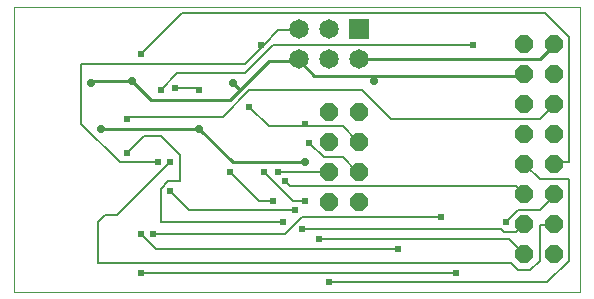
<source format=gbl>
G75*
%MOIN*%
%OFA0B0*%
%FSLAX24Y24*%
%IPPOS*%
%LPD*%
%AMOC8*
5,1,8,0,0,1.08239X$1,22.5*
%
%ADD10C,0.0000*%
%ADD11R,0.0650X0.0650*%
%ADD12C,0.0650*%
%ADD13OC8,0.0600*%
%ADD14C,0.0100*%
%ADD15C,0.0280*%
%ADD16C,0.0080*%
%ADD17C,0.0240*%
D10*
X000317Y000317D02*
X000317Y009813D01*
X019187Y009813D01*
X019187Y000317D01*
X000317Y000317D01*
D11*
X011817Y009067D03*
D12*
X010817Y009067D03*
X009817Y009067D03*
X009817Y008067D03*
X010817Y008067D03*
X011817Y008067D03*
D13*
X011817Y006317D03*
X010817Y006317D03*
X010817Y005317D03*
X011817Y005317D03*
X011817Y004317D03*
X010817Y004317D03*
X010817Y003317D03*
X011817Y003317D03*
X017317Y003567D03*
X018317Y003567D03*
X018317Y004567D03*
X017317Y004567D03*
X017317Y005567D03*
X018317Y005567D03*
X018317Y006567D03*
X017317Y006567D03*
X017317Y007567D03*
X018317Y007567D03*
X018317Y008567D03*
X017317Y008567D03*
X017317Y002567D03*
X018317Y002567D03*
X018317Y001567D03*
X017317Y001567D03*
D14*
X009997Y004637D02*
X007597Y004637D01*
X006477Y005757D01*
X003197Y005757D01*
X004237Y007357D02*
X004877Y006717D01*
X007517Y006717D01*
X007837Y007037D01*
X007597Y007277D01*
X007837Y007037D02*
X008797Y007997D01*
X009757Y007997D01*
X009817Y008067D01*
X009837Y007997D01*
X010317Y007517D01*
X012317Y007517D01*
X012317Y007357D01*
X012317Y007517D02*
X017277Y007517D01*
X017317Y007567D01*
X017837Y008077D02*
X011837Y008077D01*
X011817Y008067D01*
X017837Y008077D02*
X018317Y008557D01*
X018317Y008567D01*
X004237Y007357D02*
X002957Y007357D01*
X002877Y007277D01*
D15*
X002877Y007277D03*
X004237Y007357D03*
X003197Y005757D03*
X006477Y005757D03*
X007597Y007277D03*
X009997Y004637D03*
X012317Y007357D03*
D16*
X011917Y007037D02*
X012877Y006077D01*
X017837Y006077D01*
X018317Y006557D01*
X018317Y006567D01*
X018317Y004637D02*
X018317Y004567D01*
X018317Y004637D02*
X018797Y004637D01*
X018797Y008797D01*
X017997Y009597D01*
X005917Y009597D01*
X004557Y008237D01*
X005757Y007597D02*
X007997Y007597D01*
X008957Y008557D01*
X015597Y008557D01*
X011917Y007037D02*
X008157Y007037D01*
X007277Y006157D01*
X004157Y006157D01*
X004077Y006077D01*
X004637Y005517D02*
X005197Y005517D01*
X005837Y004877D01*
X005837Y003997D01*
X005437Y003997D01*
X005197Y003757D01*
X005197Y002637D01*
X009277Y002637D01*
X009357Y002237D02*
X009917Y002797D01*
X014557Y002797D01*
X013117Y001757D02*
X005037Y001757D01*
X004557Y002237D01*
X004957Y002237D02*
X009357Y002237D01*
X009917Y002397D02*
X016557Y002397D01*
X016637Y002317D01*
X017037Y002317D01*
X017277Y002557D01*
X017317Y002567D01*
X017117Y003037D02*
X016717Y002637D01*
X017117Y003037D02*
X017837Y003037D01*
X018317Y003517D01*
X018317Y003567D01*
X017837Y004077D02*
X018797Y004077D01*
X018797Y001357D01*
X018077Y000637D01*
X010797Y000637D01*
X010477Y002077D02*
X016797Y002077D01*
X017277Y001597D01*
X017317Y001567D01*
X016877Y001277D02*
X017117Y001037D01*
X017517Y001037D01*
X017837Y001357D01*
X017837Y002557D01*
X018317Y002557D01*
X018317Y002567D01*
X017317Y003567D02*
X017277Y003597D01*
X017037Y003837D01*
X009517Y003837D01*
X009357Y003997D01*
X009117Y004317D02*
X010817Y004317D01*
X010637Y004797D02*
X011277Y004797D01*
X011757Y004317D01*
X011817Y004317D01*
X010637Y004797D02*
X010157Y005277D01*
X009997Y005837D02*
X009997Y005917D01*
X009997Y005837D02*
X008797Y005837D01*
X008157Y006477D01*
X006477Y007037D02*
X006397Y007117D01*
X005677Y007117D01*
X005757Y007597D02*
X005197Y007037D01*
X004637Y005517D02*
X004077Y004957D01*
X003837Y004637D02*
X002557Y005917D01*
X002557Y007917D01*
X007997Y007917D01*
X008637Y008557D01*
X008557Y008557D01*
X008637Y008557D02*
X009117Y009037D01*
X009757Y009037D01*
X009817Y009067D01*
X009997Y005837D02*
X011277Y005837D01*
X011757Y005357D01*
X011817Y005317D01*
X009997Y003357D02*
X009597Y003357D01*
X008637Y004317D01*
X008477Y003357D02*
X007517Y004317D01*
X008477Y003357D02*
X008957Y003357D01*
X009677Y003037D02*
X006157Y003037D01*
X005517Y003677D01*
X005517Y004637D02*
X003757Y002877D01*
X003357Y002877D01*
X003117Y002637D01*
X003117Y001277D01*
X016877Y001277D01*
X015037Y000957D02*
X004557Y000957D01*
X005117Y004637D02*
X003837Y004637D01*
X017317Y004567D02*
X017357Y004557D01*
X017837Y004077D01*
D17*
X016717Y002637D03*
X014557Y002797D03*
X013117Y001757D03*
X015037Y000957D03*
X010797Y000637D03*
X010477Y002077D03*
X009917Y002397D03*
X009277Y002637D03*
X009677Y003037D03*
X009997Y003357D03*
X009357Y003997D03*
X009117Y004317D03*
X008637Y004317D03*
X007517Y004317D03*
X008957Y003357D03*
X010157Y005277D03*
X009997Y005917D03*
X008157Y006477D03*
X006477Y007037D03*
X005677Y007117D03*
X005197Y007037D03*
X004077Y006077D03*
X004077Y004957D03*
X005117Y004637D03*
X005517Y004637D03*
X005517Y003677D03*
X004957Y002237D03*
X004557Y002237D03*
X004557Y000957D03*
X004557Y008237D03*
X008557Y008557D03*
X015597Y008557D03*
M02*

</source>
